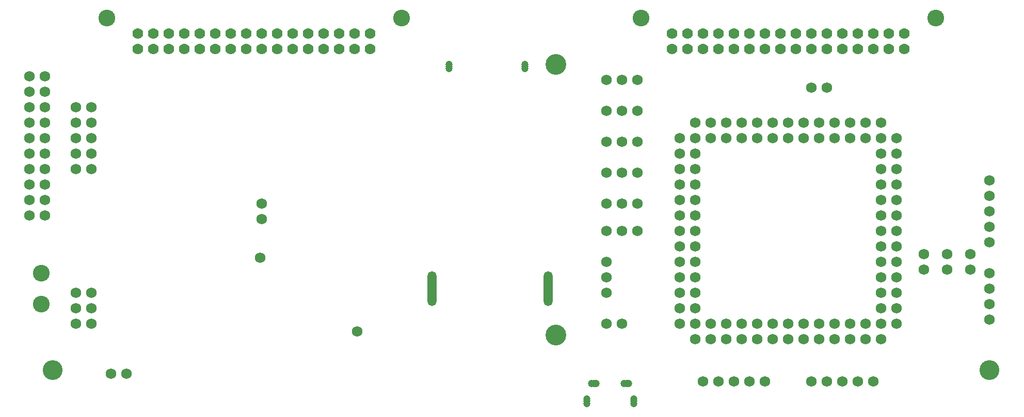
<source format=gbs>
%FSLAX24Y24*%
%MOIN*%
G70*
G01*
G75*
G04 Layer_Color=16711935*
%ADD10C,0.0100*%
%ADD11C,0.0150*%
%ADD12R,0.0650X0.0098*%
%ADD13R,0.0098X0.0650*%
G04:AMPARAMS|DCode=14|XSize=39.4mil|YSize=98.4mil|CornerRadius=0mil|HoleSize=0mil|Usage=FLASHONLY|Rotation=225.000|XOffset=0mil|YOffset=0mil|HoleType=Round|Shape=Rectangle|*
%AMROTATEDRECTD14*
4,1,4,-0.0209,0.0487,0.0487,-0.0209,0.0209,-0.0487,-0.0487,0.0209,-0.0209,0.0487,0.0*
%
%ADD14ROTATEDRECTD14*%

G04:AMPARAMS|DCode=15|XSize=39.4mil|YSize=98.4mil|CornerRadius=0mil|HoleSize=0mil|Usage=FLASHONLY|Rotation=135.000|XOffset=0mil|YOffset=0mil|HoleType=Round|Shape=Rectangle|*
%AMROTATEDRECTD15*
4,1,4,0.0487,0.0209,-0.0209,-0.0487,-0.0487,-0.0209,0.0209,0.0487,0.0487,0.0209,0.0*
%
%ADD15ROTATEDRECTD15*%

%ADD16R,0.0300X0.0300*%
%ADD17R,0.0600X0.0500*%
%ADD18C,0.1969*%
%ADD19R,0.0300X0.0300*%
%ADD20R,0.0157X0.0532*%
%ADD21R,0.0591X0.0984*%
%ADD22R,0.1000X0.0500*%
%ADD23R,0.0300X0.0394*%
%ADD24R,0.1000X0.1400*%
%ADD25R,0.0360X0.0360*%
%ADD26R,0.0500X0.0360*%
%ADD27R,0.0800X0.0400*%
%ADD28R,0.0900X0.1200*%
%ADD29R,0.0591X0.0394*%
%ADD30R,0.0591X0.0394*%
%ADD31C,0.0394*%
%ADD32C,0.0315*%
%ADD33R,0.1500X0.0500*%
%ADD34R,0.0400X0.0400*%
%ADD35R,0.0360X0.0500*%
%ADD36R,0.0360X0.0360*%
%ADD37R,0.0400X0.0400*%
%ADD38R,0.0394X0.0630*%
%ADD39R,0.0472X0.0591*%
%ADD40R,0.0600X0.0200*%
%ADD41R,0.0500X0.0600*%
%ADD42C,0.0050*%
%ADD43C,0.0080*%
%ADD44C,0.0120*%
%ADD45C,0.0200*%
%ADD46C,0.0300*%
%ADD47C,0.0600*%
%ADD48C,0.1260*%
%ADD49C,0.0620*%
%ADD50C,0.0394*%
%ADD51C,0.0500*%
%ADD52O,0.0500X0.1969*%
%ADD53C,0.1200*%
%ADD54C,0.1000*%
%ADD55C,0.1250*%
%ADD56C,0.0200*%
%ADD57C,0.0250*%
%ADD58C,0.0060*%
%ADD59C,0.0040*%
%ADD60C,0.0010*%
%ADD61C,0.0070*%
%ADD62R,0.0050X0.0700*%
%ADD63R,0.1487X0.0100*%
%ADD64R,0.0891X0.0694*%
%ADD65R,0.0891X0.0694*%
%ADD66R,0.0730X0.0178*%
%ADD67R,0.0178X0.0730*%
G04:AMPARAMS|DCode=68|XSize=47.4mil|YSize=106.4mil|CornerRadius=0mil|HoleSize=0mil|Usage=FLASHONLY|Rotation=225.000|XOffset=0mil|YOffset=0mil|HoleType=Round|Shape=Rectangle|*
%AMROTATEDRECTD68*
4,1,4,-0.0209,0.0544,0.0544,-0.0209,0.0209,-0.0544,-0.0544,0.0209,-0.0209,0.0544,0.0*
%
%ADD68ROTATEDRECTD68*%

G04:AMPARAMS|DCode=69|XSize=47.4mil|YSize=106.4mil|CornerRadius=0mil|HoleSize=0mil|Usage=FLASHONLY|Rotation=135.000|XOffset=0mil|YOffset=0mil|HoleType=Round|Shape=Rectangle|*
%AMROTATEDRECTD69*
4,1,4,0.0544,0.0209,-0.0209,-0.0544,-0.0544,-0.0209,0.0209,0.0544,0.0544,0.0209,0.0*
%
%ADD69ROTATEDRECTD69*%

%ADD70R,0.0380X0.0380*%
%ADD71R,0.0680X0.0580*%
%ADD72C,0.2049*%
%ADD73R,0.0380X0.0380*%
%ADD74R,0.0237X0.0612*%
%ADD75R,0.0671X0.1064*%
%ADD76R,0.1080X0.0580*%
%ADD77R,0.0380X0.0474*%
%ADD78R,0.0528X0.0928*%
%ADD79R,0.0440X0.0440*%
%ADD80R,0.0580X0.0440*%
%ADD81R,0.0880X0.0480*%
%ADD82R,0.0980X0.1280*%
%ADD83C,0.0474*%
%ADD84C,0.0395*%
%ADD85R,0.1264X0.0264*%
%ADD86R,0.0480X0.0480*%
%ADD87R,0.0440X0.0580*%
%ADD88R,0.0440X0.0440*%
%ADD89R,0.0480X0.0480*%
%ADD90R,0.0474X0.0710*%
%ADD91R,0.0552X0.0671*%
%ADD92R,0.0680X0.0280*%
%ADD93R,0.0580X0.0680*%
%ADD94C,0.0680*%
%ADD95C,0.1340*%
%ADD96C,0.0700*%
%ADD97C,0.0474*%
%ADD98C,0.0580*%
%ADD99O,0.0580X0.2049*%
%ADD100C,0.1280*%
%ADD101C,0.1080*%
%ADD102C,0.1330*%
D83*
X-37671Y22526D02*
D03*
X-32750D02*
D03*
X-37671Y22250D02*
D03*
X-32750D02*
D03*
D94*
X-27500Y15500D02*
D03*
X-25500D02*
D03*
X-60755Y16751D02*
D03*
Y6751D02*
D03*
X-61755Y19751D02*
D03*
X-60755D02*
D03*
Y5751D02*
D03*
Y17751D02*
D03*
Y15751D02*
D03*
Y18751D02*
D03*
X-61755Y5751D02*
D03*
X-60755Y7751D02*
D03*
X-61755D02*
D03*
Y6751D02*
D03*
Y15751D02*
D03*
Y17751D02*
D03*
Y16751D02*
D03*
Y18751D02*
D03*
X-27500Y17500D02*
D03*
X-25500D02*
D03*
X-26500D02*
D03*
X-13250Y21000D02*
D03*
X-14250D02*
D03*
X-43600Y5254D02*
D03*
X-49860Y10017D02*
D03*
X-9750Y14750D02*
D03*
X-8750Y6750D02*
D03*
Y9750D02*
D03*
X-9750D02*
D03*
Y13750D02*
D03*
Y11750D02*
D03*
Y8750D02*
D03*
Y16750D02*
D03*
X-8750D02*
D03*
X-9750Y12750D02*
D03*
Y7750D02*
D03*
Y6750D02*
D03*
X-8750Y8750D02*
D03*
X-9750Y5750D02*
D03*
X-8750Y13750D02*
D03*
Y12750D02*
D03*
Y17750D02*
D03*
Y5750D02*
D03*
Y10750D02*
D03*
Y7750D02*
D03*
X-9750Y15750D02*
D03*
X-17250Y2000D02*
D03*
X-18250D02*
D03*
X-20250D02*
D03*
X-21250D02*
D03*
X-63750Y21750D02*
D03*
X-64750D02*
D03*
X-19250Y2000D02*
D03*
X-63750Y12750D02*
D03*
X-64750D02*
D03*
X-63750Y13750D02*
D03*
X-64750D02*
D03*
X-63750Y14750D02*
D03*
Y15750D02*
D03*
X-64750D02*
D03*
X-63750Y16750D02*
D03*
X-64750D02*
D03*
X-63750Y17750D02*
D03*
Y18750D02*
D03*
X-64750D02*
D03*
X-63750Y19750D02*
D03*
X-64750D02*
D03*
X-63750Y20750D02*
D03*
X-64750D02*
D03*
X-2750Y9000D02*
D03*
Y8000D02*
D03*
Y14000D02*
D03*
Y13000D02*
D03*
Y15000D02*
D03*
Y12000D02*
D03*
X-10250Y2000D02*
D03*
X-13250D02*
D03*
X-12250D02*
D03*
X-14250D02*
D03*
X-11250D02*
D03*
X-2750Y11000D02*
D03*
X-49750Y12500D02*
D03*
X-64750Y17750D02*
D03*
X-2750Y6000D02*
D03*
Y7000D02*
D03*
X-49750Y13500D02*
D03*
X-8750Y11750D02*
D03*
X-64750Y14750D02*
D03*
X-8750D02*
D03*
X-9750Y10750D02*
D03*
X-26500Y15500D02*
D03*
X-8750Y15750D02*
D03*
X-25500Y21500D02*
D03*
X-27500D02*
D03*
X-26500D02*
D03*
X-25500Y13500D02*
D03*
X-27500D02*
D03*
X-26500D02*
D03*
X-59500Y2500D02*
D03*
X-58500D02*
D03*
X-26500Y19500D02*
D03*
X-25500D02*
D03*
X-15750Y4750D02*
D03*
X-20750Y17750D02*
D03*
X-16750D02*
D03*
X-21750Y6750D02*
D03*
Y13750D02*
D03*
Y17750D02*
D03*
X-15750Y5750D02*
D03*
X-20750Y18750D02*
D03*
X-16750D02*
D03*
X-22750Y5750D02*
D03*
Y12750D02*
D03*
X-11750Y4750D02*
D03*
X-12750Y5750D02*
D03*
X-21750Y16750D02*
D03*
X-22750D02*
D03*
X-11750Y18750D02*
D03*
X-21750Y5750D02*
D03*
X-18750D02*
D03*
X-22750Y17750D02*
D03*
X-21750Y18750D02*
D03*
X-14750Y17750D02*
D03*
X-15750Y18750D02*
D03*
X-13750Y5750D02*
D03*
X-22750Y10750D02*
D03*
X-21750Y4750D02*
D03*
X-18750Y17750D02*
D03*
X-19750Y18750D02*
D03*
X-9750Y17750D02*
D03*
X-13750Y18750D02*
D03*
X-11750Y17750D02*
D03*
X-12750Y18750D02*
D03*
X-18750Y4750D02*
D03*
X-13750Y17750D02*
D03*
X-14750Y18750D02*
D03*
X-11750Y5750D02*
D03*
X-10750Y4750D02*
D03*
X-12750D02*
D03*
X-9750D02*
D03*
X-10750Y5750D02*
D03*
X-21750Y11750D02*
D03*
X-22750Y7750D02*
D03*
Y14750D02*
D03*
X-21750D02*
D03*
X-22750Y13750D02*
D03*
X-21750Y15750D02*
D03*
Y7750D02*
D03*
X-22750Y6750D02*
D03*
X-21750Y8750D02*
D03*
X-22750Y15750D02*
D03*
X-10750Y18750D02*
D03*
Y17750D02*
D03*
X-15750D02*
D03*
X-17750Y18750D02*
D03*
Y17750D02*
D03*
X-19750D02*
D03*
X-14750Y5750D02*
D03*
Y4750D02*
D03*
X-13750D02*
D03*
X-21750Y12750D02*
D03*
X-12750Y17750D02*
D03*
X-21750Y9750D02*
D03*
X-22750Y11750D02*
D03*
Y8750D02*
D03*
X-9750Y18750D02*
D03*
X-18750D02*
D03*
X-20750Y4750D02*
D03*
Y5750D02*
D03*
X-19750Y4750D02*
D03*
Y5750D02*
D03*
X-17750Y4750D02*
D03*
Y5750D02*
D03*
X-16750Y4750D02*
D03*
Y5750D02*
D03*
X-7000Y9250D02*
D03*
Y10250D02*
D03*
X-27500Y5750D02*
D03*
X-26500D02*
D03*
X-27500Y11750D02*
D03*
X-25500D02*
D03*
X-27500Y9750D02*
D03*
Y7750D02*
D03*
Y8750D02*
D03*
X-26500Y11750D02*
D03*
X-5500Y10250D02*
D03*
Y9250D02*
D03*
X-4000Y10250D02*
D03*
Y9250D02*
D03*
X-21750Y10750D02*
D03*
X-22750Y9750D02*
D03*
X-27500Y19500D02*
D03*
D95*
X-30755Y22501D02*
D03*
Y5001D02*
D03*
D03*
Y22501D02*
D03*
D96*
X-46750Y24500D02*
D03*
Y23500D02*
D03*
X-45750Y24500D02*
D03*
Y23500D02*
D03*
X-18250Y24500D02*
D03*
X-17250Y23500D02*
D03*
Y24500D02*
D03*
X-18250Y23500D02*
D03*
X-19250Y24500D02*
D03*
X-21250Y23500D02*
D03*
X-54750Y24500D02*
D03*
X-22250D02*
D03*
X-51750Y23500D02*
D03*
X-21250Y24500D02*
D03*
X-44750Y23500D02*
D03*
X-15250D02*
D03*
Y24500D02*
D03*
X-43750Y23500D02*
D03*
X-19250D02*
D03*
X-16250D02*
D03*
X-42750Y24500D02*
D03*
Y23500D02*
D03*
X-14250D02*
D03*
X-10250Y24500D02*
D03*
X-14250D02*
D03*
X-51750D02*
D03*
X-12250D02*
D03*
Y23500D02*
D03*
X-11250Y24500D02*
D03*
Y23500D02*
D03*
X-13250Y24500D02*
D03*
X-55750Y23500D02*
D03*
Y24500D02*
D03*
X-49750D02*
D03*
X-56750D02*
D03*
X-57750D02*
D03*
X-49750Y23500D02*
D03*
X-56750D02*
D03*
X-57750D02*
D03*
X-50750D02*
D03*
Y24500D02*
D03*
X-44750D02*
D03*
X-23250Y23500D02*
D03*
X-13250D02*
D03*
X-22250D02*
D03*
X-48750D02*
D03*
Y24500D02*
D03*
X-16250D02*
D03*
X-10250Y23500D02*
D03*
X-54750D02*
D03*
X-47750Y24500D02*
D03*
Y23500D02*
D03*
X-20250Y24500D02*
D03*
X-53750D02*
D03*
Y23500D02*
D03*
X-52750Y24500D02*
D03*
X-8250D02*
D03*
Y23500D02*
D03*
X-9250D02*
D03*
Y24500D02*
D03*
X-20250Y23500D02*
D03*
X-43750Y24500D02*
D03*
X-23250D02*
D03*
X-52750Y23500D02*
D03*
D97*
X-37671Y22388D02*
D03*
X-32750D02*
D03*
X-28293Y1878D02*
D03*
X-26207D02*
D03*
X-28766Y590D02*
D03*
Y730D02*
D03*
Y881D02*
D03*
X-25734Y590D02*
D03*
Y730D02*
D03*
Y881D02*
D03*
X-26350Y1878D02*
D03*
X-26050D02*
D03*
X-28150D02*
D03*
X-28450D02*
D03*
D98*
X-38750Y8000D02*
D03*
X-31250D02*
D03*
D99*
Y8100D02*
D03*
Y7900D02*
D03*
X-38750Y8100D02*
D03*
Y7900D02*
D03*
D100*
X-63250Y2750D02*
D03*
X-2750D02*
D03*
D101*
X-6222Y25500D02*
D03*
X-25278D02*
D03*
X-40722D02*
D03*
X-59778D02*
D03*
X-64000Y7000D02*
D03*
Y9000D02*
D03*
D102*
X-30755Y22501D02*
D03*
Y5001D02*
D03*
M02*

</source>
